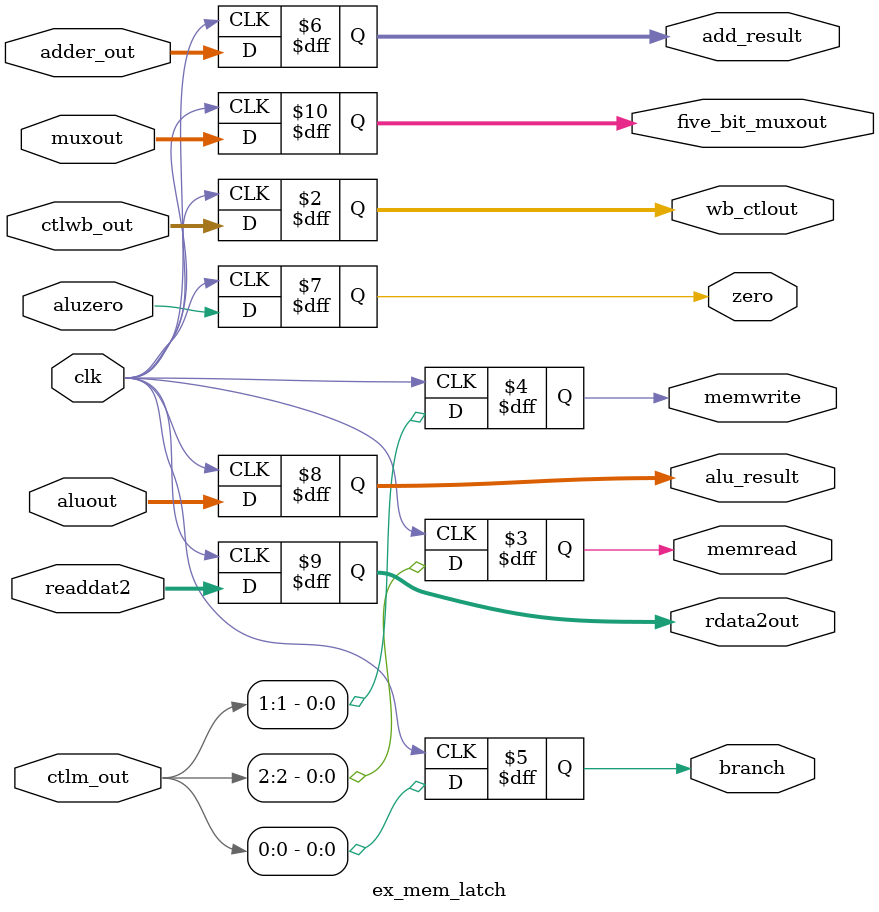
<source format=v>
`timescale 1ns / 1ps


module ex_mem_latch(
    input wire clk,
    input wire [1:0] ctlwb_out,
    input wire [2:0] ctlm_out,
    input wire [31:0] adder_out,
    input wire aluzero,
    input wire [31:0] aluout,
    input wire [31:0] readdat2,
    input wire [4:0] muxout,
    output reg [1:0] wb_ctlout,
    
    // breaking down m_ctlout for future use
    // output reg [2:0] m_ctlout,
    output reg memread,
    output reg memwrite,
    output reg branch,
    
    output reg [31:0] add_result,
    output reg zero,
    output reg [31:0] alu_result,
    output reg [31:0] rdata2out,
    output reg [4:0] five_bit_muxout
    );
    
    always @(posedge clk) 
    begin
        wb_ctlout <= ctlwb_out;
        memread <= ctlm_out[2];
        memwrite <= ctlm_out[1];
        branch <= ctlm_out[0];
        add_result <= adder_out;
        zero <= aluzero;
        alu_result <= aluout;
        rdata2out <= readdat2;
        five_bit_muxout <= muxout;
    end
    
endmodule

</source>
